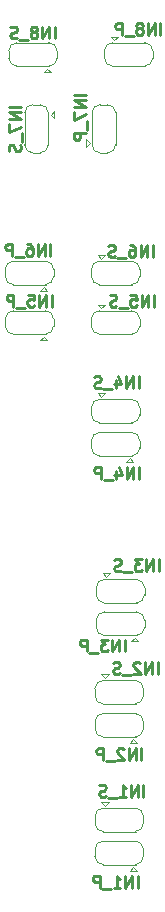
<source format=gbr>
%TF.GenerationSoftware,KiCad,Pcbnew,6.0.0-rc1-unknown-e56e61ffb5~144~ubuntu20.04.1*%
%TF.CreationDate,2021-11-28T18:30:16+01:00*%
%TF.ProjectId,Uni_Printer,556e695f-5072-4696-9e74-65722e6b6963,rev?*%
%TF.SameCoordinates,PX48009e0PY88da2e0*%
%TF.FileFunction,Legend,Bot*%
%TF.FilePolarity,Positive*%
%FSLAX46Y46*%
G04 Gerber Fmt 4.6, Leading zero omitted, Abs format (unit mm)*
G04 Created by KiCad (PCBNEW 6.0.0-rc1-unknown-e56e61ffb5~144~ubuntu20.04.1) date 2021-11-28 18:30:16*
%MOMM*%
%LPD*%
G01*
G04 APERTURE LIST*
%ADD10C,0.250000*%
%ADD11C,0.120000*%
G04 APERTURE END LIST*
D10*
X67180952Y63347620D02*
X67180952Y64347620D01*
X66704761Y63347620D02*
X66704761Y64347620D01*
X66133333Y63347620D01*
X66133333Y64347620D01*
X65752380Y64347620D02*
X65133333Y64347620D01*
X65466666Y63966667D01*
X65323809Y63966667D01*
X65228571Y63919048D01*
X65180952Y63871429D01*
X65133333Y63776191D01*
X65133333Y63538096D01*
X65180952Y63442858D01*
X65228571Y63395239D01*
X65323809Y63347620D01*
X65609523Y63347620D01*
X65704761Y63395239D01*
X65752380Y63442858D01*
X64942857Y63252381D02*
X64180952Y63252381D01*
X63942857Y63347620D02*
X63942857Y64347620D01*
X63561904Y64347620D01*
X63466666Y64300000D01*
X63419047Y64252381D01*
X63371428Y64157143D01*
X63371428Y64014286D01*
X63419047Y63919048D01*
X63466666Y63871429D01*
X63561904Y63823810D01*
X63942857Y63823810D01*
X58352380Y109457143D02*
X57352380Y109457143D01*
X58352380Y108980953D02*
X57352380Y108980953D01*
X58352380Y108409524D01*
X57352380Y108409524D01*
X57352380Y108028572D02*
X57352380Y107361905D01*
X58352380Y107790477D01*
X58447619Y107219048D02*
X58447619Y106457143D01*
X58304761Y106266667D02*
X58352380Y106123810D01*
X58352380Y105885715D01*
X58304761Y105790477D01*
X58257142Y105742858D01*
X58161904Y105695239D01*
X58066666Y105695239D01*
X57971428Y105742858D01*
X57923809Y105790477D01*
X57876190Y105885715D01*
X57828571Y106076191D01*
X57780952Y106171429D01*
X57733333Y106219048D01*
X57638095Y106266667D01*
X57542857Y106266667D01*
X57447619Y106219048D01*
X57400000Y106171429D01*
X57352380Y106076191D01*
X57352380Y105838096D01*
X57400000Y105695239D01*
X69957142Y61447620D02*
X69957142Y62447620D01*
X69480952Y61447620D02*
X69480952Y62447620D01*
X68909523Y61447620D01*
X68909523Y62447620D01*
X68480952Y62352381D02*
X68433333Y62400000D01*
X68338095Y62447620D01*
X68100000Y62447620D01*
X68004761Y62400000D01*
X67957142Y62352381D01*
X67909523Y62257143D01*
X67909523Y62161905D01*
X67957142Y62019048D01*
X68528571Y61447620D01*
X67909523Y61447620D01*
X67719047Y61352381D02*
X66957142Y61352381D01*
X66766666Y61495239D02*
X66623809Y61447620D01*
X66385714Y61447620D01*
X66290476Y61495239D01*
X66242857Y61542858D01*
X66195238Y61638096D01*
X66195238Y61733334D01*
X66242857Y61828572D01*
X66290476Y61876191D01*
X66385714Y61923810D01*
X66576190Y61971429D01*
X66671428Y62019048D01*
X66719047Y62066667D01*
X66766666Y62161905D01*
X66766666Y62257143D01*
X66719047Y62352381D01*
X66671428Y62400000D01*
X66576190Y62447620D01*
X66338095Y62447620D01*
X66195238Y62400000D01*
X68280952Y43347620D02*
X68280952Y44347620D01*
X67804761Y43347620D02*
X67804761Y44347620D01*
X67233333Y43347620D01*
X67233333Y44347620D01*
X66233333Y43347620D02*
X66804761Y43347620D01*
X66519047Y43347620D02*
X66519047Y44347620D01*
X66614285Y44204762D01*
X66709523Y44109524D01*
X66804761Y44061905D01*
X66042857Y43252381D02*
X65280952Y43252381D01*
X65042857Y43347620D02*
X65042857Y44347620D01*
X64661904Y44347620D01*
X64566666Y44300000D01*
X64519047Y44252381D01*
X64471428Y44157143D01*
X64471428Y44014286D01*
X64519047Y43919048D01*
X64566666Y43871429D01*
X64661904Y43823810D01*
X65042857Y43823810D01*
X61257142Y115247620D02*
X61257142Y116247620D01*
X60780952Y115247620D02*
X60780952Y116247620D01*
X60209523Y115247620D01*
X60209523Y116247620D01*
X59590476Y115819048D02*
X59685714Y115866667D01*
X59733333Y115914286D01*
X59780952Y116009524D01*
X59780952Y116057143D01*
X59733333Y116152381D01*
X59685714Y116200000D01*
X59590476Y116247620D01*
X59400000Y116247620D01*
X59304761Y116200000D01*
X59257142Y116152381D01*
X59209523Y116057143D01*
X59209523Y116009524D01*
X59257142Y115914286D01*
X59304761Y115866667D01*
X59400000Y115819048D01*
X59590476Y115819048D01*
X59685714Y115771429D01*
X59733333Y115723810D01*
X59780952Y115628572D01*
X59780952Y115438096D01*
X59733333Y115342858D01*
X59685714Y115295239D01*
X59590476Y115247620D01*
X59400000Y115247620D01*
X59304761Y115295239D01*
X59257142Y115342858D01*
X59209523Y115438096D01*
X59209523Y115628572D01*
X59257142Y115723810D01*
X59304761Y115771429D01*
X59400000Y115819048D01*
X59019047Y115152381D02*
X58257142Y115152381D01*
X58066666Y115295239D02*
X57923809Y115247620D01*
X57685714Y115247620D01*
X57590476Y115295239D01*
X57542857Y115342858D01*
X57495238Y115438096D01*
X57495238Y115533334D01*
X57542857Y115628572D01*
X57590476Y115676191D01*
X57685714Y115723810D01*
X57876190Y115771429D01*
X57971428Y115819048D01*
X58019047Y115866667D01*
X58066666Y115961905D01*
X58066666Y116057143D01*
X58019047Y116152381D01*
X57971428Y116200000D01*
X57876190Y116247620D01*
X57638095Y116247620D01*
X57495238Y116200000D01*
X63852380Y110480953D02*
X62852380Y110480953D01*
X63852380Y110004762D02*
X62852380Y110004762D01*
X63852380Y109433334D01*
X62852380Y109433334D01*
X62852380Y109052381D02*
X62852380Y108385715D01*
X63852380Y108814286D01*
X63947619Y108242858D02*
X63947619Y107480953D01*
X63852380Y107242858D02*
X62852380Y107242858D01*
X62852380Y106861905D01*
X62900000Y106766667D01*
X62947619Y106719048D01*
X63042857Y106671429D01*
X63185714Y106671429D01*
X63280952Y106719048D01*
X63328571Y106766667D01*
X63376190Y106861905D01*
X63376190Y107242858D01*
X60880952Y96847620D02*
X60880952Y97847620D01*
X60404761Y96847620D02*
X60404761Y97847620D01*
X59833333Y96847620D01*
X59833333Y97847620D01*
X58928571Y97847620D02*
X59119047Y97847620D01*
X59214285Y97800000D01*
X59261904Y97752381D01*
X59357142Y97609524D01*
X59404761Y97419048D01*
X59404761Y97038096D01*
X59357142Y96942858D01*
X59309523Y96895239D01*
X59214285Y96847620D01*
X59023809Y96847620D01*
X58928571Y96895239D01*
X58880952Y96942858D01*
X58833333Y97038096D01*
X58833333Y97276191D01*
X58880952Y97371429D01*
X58928571Y97419048D01*
X59023809Y97466667D01*
X59214285Y97466667D01*
X59309523Y97419048D01*
X59357142Y97371429D01*
X59404761Y97276191D01*
X58642857Y96752381D02*
X57880952Y96752381D01*
X57642857Y96847620D02*
X57642857Y97847620D01*
X57261904Y97847620D01*
X57166666Y97800000D01*
X57119047Y97752381D01*
X57071428Y97657143D01*
X57071428Y97514286D01*
X57119047Y97419048D01*
X57166666Y97371429D01*
X57261904Y97323810D01*
X57642857Y97323810D01*
X68580952Y54147620D02*
X68580952Y55147620D01*
X68104761Y54147620D02*
X68104761Y55147620D01*
X67533333Y54147620D01*
X67533333Y55147620D01*
X67104761Y55052381D02*
X67057142Y55100000D01*
X66961904Y55147620D01*
X66723809Y55147620D01*
X66628571Y55100000D01*
X66580952Y55052381D01*
X66533333Y54957143D01*
X66533333Y54861905D01*
X66580952Y54719048D01*
X67152380Y54147620D01*
X66533333Y54147620D01*
X66342857Y54052381D02*
X65580952Y54052381D01*
X65342857Y54147620D02*
X65342857Y55147620D01*
X64961904Y55147620D01*
X64866666Y55100000D01*
X64819047Y55052381D01*
X64771428Y54957143D01*
X64771428Y54814286D01*
X64819047Y54719048D01*
X64866666Y54671429D01*
X64961904Y54623810D01*
X65342857Y54623810D01*
X69557142Y96747620D02*
X69557142Y97747620D01*
X69080952Y96747620D02*
X69080952Y97747620D01*
X68509523Y96747620D01*
X68509523Y97747620D01*
X67604761Y97747620D02*
X67795238Y97747620D01*
X67890476Y97700000D01*
X67938095Y97652381D01*
X68033333Y97509524D01*
X68080952Y97319048D01*
X68080952Y96938096D01*
X68033333Y96842858D01*
X67985714Y96795239D01*
X67890476Y96747620D01*
X67700000Y96747620D01*
X67604761Y96795239D01*
X67557142Y96842858D01*
X67509523Y96938096D01*
X67509523Y97176191D01*
X67557142Y97271429D01*
X67604761Y97319048D01*
X67700000Y97366667D01*
X67890476Y97366667D01*
X67985714Y97319048D01*
X68033333Y97271429D01*
X68080952Y97176191D01*
X67319047Y96652381D02*
X66557142Y96652381D01*
X66366666Y96795239D02*
X66223809Y96747620D01*
X65985714Y96747620D01*
X65890476Y96795239D01*
X65842857Y96842858D01*
X65795238Y96938096D01*
X65795238Y97033334D01*
X65842857Y97128572D01*
X65890476Y97176191D01*
X65985714Y97223810D01*
X66176190Y97271429D01*
X66271428Y97319048D01*
X66319047Y97366667D01*
X66366666Y97461905D01*
X66366666Y97557143D01*
X66319047Y97652381D01*
X66271428Y97700000D01*
X66176190Y97747620D01*
X65938095Y97747620D01*
X65795238Y97700000D01*
X70180952Y115547620D02*
X70180952Y116547620D01*
X69704761Y115547620D02*
X69704761Y116547620D01*
X69133333Y115547620D01*
X69133333Y116547620D01*
X68514285Y116119048D02*
X68609523Y116166667D01*
X68657142Y116214286D01*
X68704761Y116309524D01*
X68704761Y116357143D01*
X68657142Y116452381D01*
X68609523Y116500000D01*
X68514285Y116547620D01*
X68323809Y116547620D01*
X68228571Y116500000D01*
X68180952Y116452381D01*
X68133333Y116357143D01*
X68133333Y116309524D01*
X68180952Y116214286D01*
X68228571Y116166667D01*
X68323809Y116119048D01*
X68514285Y116119048D01*
X68609523Y116071429D01*
X68657142Y116023810D01*
X68704761Y115928572D01*
X68704761Y115738096D01*
X68657142Y115642858D01*
X68609523Y115595239D01*
X68514285Y115547620D01*
X68323809Y115547620D01*
X68228571Y115595239D01*
X68180952Y115642858D01*
X68133333Y115738096D01*
X68133333Y115928572D01*
X68180952Y116023810D01*
X68228571Y116071429D01*
X68323809Y116119048D01*
X67942857Y115452381D02*
X67180952Y115452381D01*
X66942857Y115547620D02*
X66942857Y116547620D01*
X66561904Y116547620D01*
X66466666Y116500000D01*
X66419047Y116452381D01*
X66371428Y116357143D01*
X66371428Y116214286D01*
X66419047Y116119048D01*
X66466666Y116071429D01*
X66561904Y116023810D01*
X66942857Y116023810D01*
X60980952Y92547620D02*
X60980952Y93547620D01*
X60504761Y92547620D02*
X60504761Y93547620D01*
X59933333Y92547620D01*
X59933333Y93547620D01*
X58980952Y93547620D02*
X59457142Y93547620D01*
X59504761Y93071429D01*
X59457142Y93119048D01*
X59361904Y93166667D01*
X59123809Y93166667D01*
X59028571Y93119048D01*
X58980952Y93071429D01*
X58933333Y92976191D01*
X58933333Y92738096D01*
X58980952Y92642858D01*
X59028571Y92595239D01*
X59123809Y92547620D01*
X59361904Y92547620D01*
X59457142Y92595239D01*
X59504761Y92642858D01*
X58742857Y92452381D02*
X57980952Y92452381D01*
X57742857Y92547620D02*
X57742857Y93547620D01*
X57361904Y93547620D01*
X57266666Y93500000D01*
X57219047Y93452381D01*
X57171428Y93357143D01*
X57171428Y93214286D01*
X57219047Y93119048D01*
X57266666Y93071429D01*
X57361904Y93023810D01*
X57742857Y93023810D01*
X68357142Y85647620D02*
X68357142Y86647620D01*
X67880952Y85647620D02*
X67880952Y86647620D01*
X67309523Y85647620D01*
X67309523Y86647620D01*
X66404761Y86314286D02*
X66404761Y85647620D01*
X66642857Y86695239D02*
X66880952Y85980953D01*
X66261904Y85980953D01*
X66119047Y85552381D02*
X65357142Y85552381D01*
X65166666Y85695239D02*
X65023809Y85647620D01*
X64785714Y85647620D01*
X64690476Y85695239D01*
X64642857Y85742858D01*
X64595238Y85838096D01*
X64595238Y85933334D01*
X64642857Y86028572D01*
X64690476Y86076191D01*
X64785714Y86123810D01*
X64976190Y86171429D01*
X65071428Y86219048D01*
X65119047Y86266667D01*
X65166666Y86361905D01*
X65166666Y86457143D01*
X65119047Y86552381D01*
X65071428Y86600000D01*
X64976190Y86647620D01*
X64738095Y86647620D01*
X64595238Y86600000D01*
X68380952Y77947620D02*
X68380952Y78947620D01*
X67904761Y77947620D02*
X67904761Y78947620D01*
X67333333Y77947620D01*
X67333333Y78947620D01*
X66428571Y78614286D02*
X66428571Y77947620D01*
X66666666Y78995239D02*
X66904761Y78280953D01*
X66285714Y78280953D01*
X66142857Y77852381D02*
X65380952Y77852381D01*
X65142857Y77947620D02*
X65142857Y78947620D01*
X64761904Y78947620D01*
X64666666Y78900000D01*
X64619047Y78852381D01*
X64571428Y78757143D01*
X64571428Y78614286D01*
X64619047Y78519048D01*
X64666666Y78471429D01*
X64761904Y78423810D01*
X65142857Y78423810D01*
X68757142Y51047620D02*
X68757142Y52047620D01*
X68280952Y51047620D02*
X68280952Y52047620D01*
X67709523Y51047620D01*
X67709523Y52047620D01*
X66709523Y51047620D02*
X67280952Y51047620D01*
X66995238Y51047620D02*
X66995238Y52047620D01*
X67090476Y51904762D01*
X67185714Y51809524D01*
X67280952Y51761905D01*
X66519047Y50952381D02*
X65757142Y50952381D01*
X65566666Y51095239D02*
X65423809Y51047620D01*
X65185714Y51047620D01*
X65090476Y51095239D01*
X65042857Y51142858D01*
X64995238Y51238096D01*
X64995238Y51333334D01*
X65042857Y51428572D01*
X65090476Y51476191D01*
X65185714Y51523810D01*
X65376190Y51571429D01*
X65471428Y51619048D01*
X65519047Y51666667D01*
X65566666Y51761905D01*
X65566666Y51857143D01*
X65519047Y51952381D01*
X65471428Y52000000D01*
X65376190Y52047620D01*
X65138095Y52047620D01*
X64995238Y52000000D01*
X69657142Y92547620D02*
X69657142Y93547620D01*
X69180952Y92547620D02*
X69180952Y93547620D01*
X68609523Y92547620D01*
X68609523Y93547620D01*
X67657142Y93547620D02*
X68133333Y93547620D01*
X68180952Y93071429D01*
X68133333Y93119048D01*
X68038095Y93166667D01*
X67800000Y93166667D01*
X67704761Y93119048D01*
X67657142Y93071429D01*
X67609523Y92976191D01*
X67609523Y92738096D01*
X67657142Y92642858D01*
X67704761Y92595239D01*
X67800000Y92547620D01*
X68038095Y92547620D01*
X68133333Y92595239D01*
X68180952Y92642858D01*
X67419047Y92452381D02*
X66657142Y92452381D01*
X66466666Y92595239D02*
X66323809Y92547620D01*
X66085714Y92547620D01*
X65990476Y92595239D01*
X65942857Y92642858D01*
X65895238Y92738096D01*
X65895238Y92833334D01*
X65942857Y92928572D01*
X65990476Y92976191D01*
X66085714Y93023810D01*
X66276190Y93071429D01*
X66371428Y93119048D01*
X66419047Y93166667D01*
X66466666Y93261905D01*
X66466666Y93357143D01*
X66419047Y93452381D01*
X66371428Y93500000D01*
X66276190Y93547620D01*
X66038095Y93547620D01*
X65895238Y93500000D01*
X70057142Y70147620D02*
X70057142Y71147620D01*
X69580952Y70147620D02*
X69580952Y71147620D01*
X69009523Y70147620D01*
X69009523Y71147620D01*
X68628571Y71147620D02*
X68009523Y71147620D01*
X68342857Y70766667D01*
X68200000Y70766667D01*
X68104761Y70719048D01*
X68057142Y70671429D01*
X68009523Y70576191D01*
X68009523Y70338096D01*
X68057142Y70242858D01*
X68104761Y70195239D01*
X68200000Y70147620D01*
X68485714Y70147620D01*
X68580952Y70195239D01*
X68628571Y70242858D01*
X67819047Y70052381D02*
X67057142Y70052381D01*
X66866666Y70195239D02*
X66723809Y70147620D01*
X66485714Y70147620D01*
X66390476Y70195239D01*
X66342857Y70242858D01*
X66295238Y70338096D01*
X66295238Y70433334D01*
X66342857Y70528572D01*
X66390476Y70576191D01*
X66485714Y70623810D01*
X66676190Y70671429D01*
X66771428Y70719048D01*
X66819047Y70766667D01*
X66866666Y70861905D01*
X66866666Y70957143D01*
X66819047Y71052381D01*
X66771428Y71100000D01*
X66676190Y71147620D01*
X66438095Y71147620D01*
X66295238Y71100000D01*
D11*
X65000000Y94400000D02*
X67800000Y94400000D01*
X64350000Y95700000D02*
X64350000Y95100000D01*
X67800000Y96400000D02*
X65000000Y96400000D01*
X64900000Y96900000D02*
X65500000Y96900000D01*
X68450000Y95100000D02*
X68450000Y95700000D01*
X65200000Y96600000D02*
X64900000Y96900000D01*
X65200000Y96600000D02*
X65500000Y96900000D01*
X65050000Y96400000D02*
G75*
G03*
X64350000Y95700000I-1J-699999D01*
G01*
X68450000Y95700000D02*
G75*
G03*
X67750000Y96400000I-699999J1D01*
G01*
X67750000Y94400000D02*
G75*
G03*
X68450000Y95100000I1J699999D01*
G01*
X64350000Y95100000D02*
G75*
G03*
X65050000Y94400000I699999J-1D01*
G01*
X57050000Y91500000D02*
X57050000Y90900000D01*
X60600000Y89700000D02*
X60000000Y89700000D01*
X61150000Y90900000D02*
X61150000Y91500000D01*
X57700000Y90200000D02*
X60500000Y90200000D01*
X60300000Y90000000D02*
X60000000Y89700000D01*
X60500000Y92200000D02*
X57700000Y92200000D01*
X60300000Y90000000D02*
X60600000Y89700000D01*
X60450000Y90200000D02*
G75*
G03*
X61150000Y90900000I1J699999D01*
G01*
X57750000Y92200000D02*
G75*
G03*
X57050000Y91500000I-1J-699999D01*
G01*
X57050000Y90900000D02*
G75*
G03*
X57750000Y90200000I699999J-1D01*
G01*
X61150000Y91500000D02*
G75*
G03*
X60450000Y92200000I-699999J1D01*
G01*
X64350000Y91500000D02*
X64350000Y90900000D01*
X68450000Y90900000D02*
X68450000Y91500000D01*
X65200000Y92400000D02*
X65500000Y92700000D01*
X67800000Y92200000D02*
X65000000Y92200000D01*
X65200000Y92400000D02*
X64900000Y92700000D01*
X64900000Y92700000D02*
X65500000Y92700000D01*
X65000000Y90200000D02*
X67800000Y90200000D01*
X65050000Y92200000D02*
G75*
G03*
X64350000Y91500000I-1J-699999D01*
G01*
X68450000Y91500000D02*
G75*
G03*
X67750000Y92200000I-699999J1D01*
G01*
X64350000Y90900000D02*
G75*
G03*
X65050000Y90200000I699999J-1D01*
G01*
X67750000Y90200000D02*
G75*
G03*
X68450000Y90900000I1J699999D01*
G01*
X65000000Y82700000D02*
X67800000Y82700000D01*
X67800000Y84700000D02*
X65000000Y84700000D01*
X64900000Y85200000D02*
X65500000Y85200000D01*
X68450000Y83400000D02*
X68450000Y84000000D01*
X64350000Y84000000D02*
X64350000Y83400000D01*
X65200000Y84900000D02*
X65500000Y85200000D01*
X65200000Y84900000D02*
X64900000Y85200000D01*
X64350000Y83400000D02*
G75*
G03*
X65050000Y82700000I699999J-1D01*
G01*
X65050000Y84700000D02*
G75*
G03*
X64350000Y84000000I-1J-699999D01*
G01*
X68450000Y84000000D02*
G75*
G03*
X67750000Y84700000I-699999J1D01*
G01*
X67750000Y82700000D02*
G75*
G03*
X68450000Y83400000I1J699999D01*
G01*
X68850000Y65400000D02*
X68850000Y66000000D01*
X68200000Y66700000D02*
X65400000Y66700000D01*
X68000000Y64500000D02*
X67700000Y64200000D01*
X68000000Y64500000D02*
X68300000Y64200000D01*
X65400000Y64700000D02*
X68200000Y64700000D01*
X68300000Y64200000D02*
X67700000Y64200000D01*
X64750000Y66000000D02*
X64750000Y65400000D01*
X68850000Y66000000D02*
G75*
G03*
X68150000Y66700000I-699999J1D01*
G01*
X68150000Y64700000D02*
G75*
G03*
X68850000Y65400000I1J699999D01*
G01*
X64750000Y65400000D02*
G75*
G03*
X65450000Y64700000I699999J-1D01*
G01*
X65450000Y66700000D02*
G75*
G03*
X64750000Y66000000I-1J-699999D01*
G01*
X65500000Y61100000D02*
X65200000Y61400000D01*
X68100000Y60900000D02*
X65300000Y60900000D01*
X64650000Y60200000D02*
X64650000Y59600000D01*
X65200000Y61400000D02*
X65800000Y61400000D01*
X68750000Y59600000D02*
X68750000Y60200000D01*
X65300000Y58900000D02*
X68100000Y58900000D01*
X65500000Y61100000D02*
X65800000Y61400000D01*
X64650000Y59600000D02*
G75*
G03*
X65350000Y58900000I699999J-1D01*
G01*
X65350000Y60900000D02*
G75*
G03*
X64650000Y60200000I-1J-699999D01*
G01*
X68750000Y60200000D02*
G75*
G03*
X68050000Y60900000I-699999J1D01*
G01*
X68050000Y58900000D02*
G75*
G03*
X68750000Y59600000I1J699999D01*
G01*
X65000000Y79900000D02*
X67800000Y79900000D01*
X64350000Y81200000D02*
X64350000Y80600000D01*
X68450000Y80600000D02*
X68450000Y81200000D01*
X67900000Y79400000D02*
X67300000Y79400000D01*
X67600000Y79700000D02*
X67300000Y79400000D01*
X67600000Y79700000D02*
X67900000Y79400000D01*
X67800000Y81900000D02*
X65000000Y81900000D01*
X64350000Y80600000D02*
G75*
G03*
X65050000Y79900000I699999J-1D01*
G01*
X67750000Y79900000D02*
G75*
G03*
X68450000Y80600000I1J699999D01*
G01*
X65050000Y81900000D02*
G75*
G03*
X64350000Y81200000I-1J-699999D01*
G01*
X68450000Y81200000D02*
G75*
G03*
X67750000Y81900000I-699999J1D01*
G01*
X60600000Y112700000D02*
X60900000Y112400000D01*
X57350000Y114200000D02*
X57350000Y113600000D01*
X60600000Y112700000D02*
X60300000Y112400000D01*
X60900000Y112400000D02*
X60300000Y112400000D01*
X60800000Y114900000D02*
X58000000Y114900000D01*
X58000000Y112900000D02*
X60800000Y112900000D01*
X61450000Y113600000D02*
X61450000Y114200000D01*
X60750000Y112900000D02*
G75*
G03*
X61450000Y113600000I1J699999D01*
G01*
X57350000Y113600000D02*
G75*
G03*
X58050000Y112900000I699999J-1D01*
G01*
X61450000Y114200000D02*
G75*
G03*
X60750000Y114900000I-699999J1D01*
G01*
X58050000Y114900000D02*
G75*
G03*
X57350000Y114200000I-1J-699999D01*
G01*
X64650000Y49400000D02*
X64650000Y48800000D01*
X68100000Y50100000D02*
X65300000Y50100000D01*
X68750000Y48800000D02*
X68750000Y49400000D01*
X65500000Y50300000D02*
X65800000Y50600000D01*
X65500000Y50300000D02*
X65200000Y50600000D01*
X65200000Y50600000D02*
X65800000Y50600000D01*
X65300000Y48100000D02*
X68100000Y48100000D01*
X65350000Y50100000D02*
G75*
G03*
X64650000Y49400000I-1J-699999D01*
G01*
X64650000Y48800000D02*
G75*
G03*
X65350000Y48100000I699999J-1D01*
G01*
X68750000Y49400000D02*
G75*
G03*
X68050000Y50100000I-699999J1D01*
G01*
X68050000Y48100000D02*
G75*
G03*
X68750000Y48800000I1J699999D01*
G01*
X65400000Y67450000D02*
X68200000Y67450000D01*
X64750000Y68750000D02*
X64750000Y68150000D01*
X65600000Y69650000D02*
X65300000Y69950000D01*
X65300000Y69950000D02*
X65900000Y69950000D01*
X68850000Y68150000D02*
X68850000Y68750000D01*
X68200000Y69450000D02*
X65400000Y69450000D01*
X65600000Y69650000D02*
X65900000Y69950000D01*
X68850000Y68750000D02*
G75*
G03*
X68150000Y69450000I-699999J1D01*
G01*
X65450000Y69450000D02*
G75*
G03*
X64750000Y68750000I-1J-699999D01*
G01*
X68150000Y67450000D02*
G75*
G03*
X68850000Y68150000I1J699999D01*
G01*
X64750000Y68150000D02*
G75*
G03*
X65450000Y67450000I699999J-1D01*
G01*
X64200000Y106400000D02*
X63900000Y106100000D01*
X65700000Y109650000D02*
X65100000Y109650000D01*
X64200000Y106400000D02*
X63900000Y106700000D01*
X64400000Y109000000D02*
X64400000Y106200000D01*
X65100000Y105550000D02*
X65700000Y105550000D01*
X66400000Y106200000D02*
X66400000Y109000000D01*
X63900000Y106100000D02*
X63900000Y106700000D01*
X65100000Y109650000D02*
G75*
G03*
X64400000Y108950000I-1J-699999D01*
G01*
X66400000Y108950000D02*
G75*
G03*
X65700000Y109650000I-699999J1D01*
G01*
X64400000Y106250000D02*
G75*
G03*
X65100000Y105550000I699999J-1D01*
G01*
X65700000Y105550000D02*
G75*
G03*
X66400000Y106250000I1J699999D01*
G01*
X60300000Y94200000D02*
X60000000Y93900000D01*
X60600000Y93900000D02*
X60000000Y93900000D01*
X61150000Y95100000D02*
X61150000Y95700000D01*
X60500000Y96400000D02*
X57700000Y96400000D01*
X57050000Y95700000D02*
X57050000Y95100000D01*
X60300000Y94200000D02*
X60600000Y93900000D01*
X57700000Y94400000D02*
X60500000Y94400000D01*
X57050000Y95100000D02*
G75*
G03*
X57750000Y94400000I699999J-1D01*
G01*
X60450000Y94400000D02*
G75*
G03*
X61150000Y95100000I1J699999D01*
G01*
X61150000Y95700000D02*
G75*
G03*
X60450000Y96400000I-699999J1D01*
G01*
X57750000Y96400000D02*
G75*
G03*
X57050000Y95700000I-1J-699999D01*
G01*
X68200000Y44800000D02*
X67600000Y44800000D01*
X65300000Y45300000D02*
X68100000Y45300000D01*
X68750000Y46000000D02*
X68750000Y46600000D01*
X68100000Y47300000D02*
X65300000Y47300000D01*
X67900000Y45100000D02*
X68200000Y44800000D01*
X67900000Y45100000D02*
X67600000Y44800000D01*
X64650000Y46600000D02*
X64650000Y46000000D01*
X68050000Y45300000D02*
G75*
G03*
X68750000Y46000000I1J699999D01*
G01*
X65350000Y47300000D02*
G75*
G03*
X64650000Y46600000I-1J-699999D01*
G01*
X64650000Y46000000D02*
G75*
G03*
X65350000Y45300000I699999J-1D01*
G01*
X68750000Y46600000D02*
G75*
G03*
X68050000Y47300000I-699999J1D01*
G01*
X68900000Y114900000D02*
X66100000Y114900000D01*
X66300000Y115100000D02*
X66600000Y115400000D01*
X69550000Y113600000D02*
X69550000Y114200000D01*
X66300000Y115100000D02*
X66000000Y115400000D01*
X66100000Y112900000D02*
X68900000Y112900000D01*
X65450000Y114200000D02*
X65450000Y113600000D01*
X66000000Y115400000D02*
X66600000Y115400000D01*
X69550000Y114200000D02*
G75*
G03*
X68850000Y114900000I-699999J1D01*
G01*
X65450000Y113600000D02*
G75*
G03*
X66150000Y112900000I699999J-1D01*
G01*
X68850000Y112900000D02*
G75*
G03*
X69550000Y113600000I1J699999D01*
G01*
X66150000Y114900000D02*
G75*
G03*
X65450000Y114200000I-1J-699999D01*
G01*
X68100000Y58100000D02*
X65300000Y58100000D01*
X68750000Y56800000D02*
X68750000Y57400000D01*
X65300000Y56100000D02*
X68100000Y56100000D01*
X67900000Y55900000D02*
X67600000Y55600000D01*
X64650000Y57400000D02*
X64650000Y56800000D01*
X67900000Y55900000D02*
X68200000Y55600000D01*
X68200000Y55600000D02*
X67600000Y55600000D01*
X64650000Y56800000D02*
G75*
G03*
X65350000Y56100000I699999J-1D01*
G01*
X65350000Y58100000D02*
G75*
G03*
X64650000Y57400000I-1J-699999D01*
G01*
X68750000Y57400000D02*
G75*
G03*
X68050000Y58100000I-699999J1D01*
G01*
X68050000Y56100000D02*
G75*
G03*
X68750000Y56800000I1J699999D01*
G01*
X60000000Y109650000D02*
X59400000Y109650000D01*
X61200000Y109100000D02*
X61200000Y108500000D01*
X58700000Y109000000D02*
X58700000Y106200000D01*
X60900000Y108800000D02*
X61200000Y109100000D01*
X60700000Y106200000D02*
X60700000Y109000000D01*
X59400000Y105550000D02*
X60000000Y105550000D01*
X60900000Y108800000D02*
X61200000Y108500000D01*
X60000000Y105550000D02*
G75*
G03*
X60700000Y106250000I1J699999D01*
G01*
X59400000Y109650000D02*
G75*
G03*
X58700000Y108950000I-1J-699999D01*
G01*
X60700000Y108950000D02*
G75*
G03*
X60000000Y109650000I-699999J1D01*
G01*
X58700000Y106250000D02*
G75*
G03*
X59400000Y105550000I699999J-1D01*
G01*
M02*

</source>
